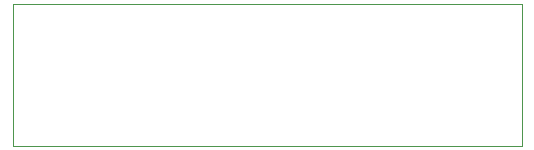
<source format=gbr>
G04 #@! TF.GenerationSoftware,KiCad,Pcbnew,(5.1.4)-1*
G04 #@! TF.CreationDate,2020-11-23T15:52:42-08:00*
G04 #@! TF.ProjectId,ufc_v4_opt,7566635f-7634-45f6-9f70-742e6b696361,rev?*
G04 #@! TF.SameCoordinates,Original*
G04 #@! TF.FileFunction,Profile,NP*
%FSLAX46Y46*%
G04 Gerber Fmt 4.6, Leading zero omitted, Abs format (unit mm)*
G04 Created by KiCad (PCBNEW (5.1.4)-1) date 2020-11-23 15:52:42*
%MOMM*%
%LPD*%
G04 APERTURE LIST*
%ADD10C,0.050000*%
G04 APERTURE END LIST*
D10*
X190690500Y-82042000D02*
X190563500Y-82042000D01*
X190690500Y-94107000D02*
X190690500Y-82042000D01*
X147637500Y-94107000D02*
X190690500Y-94107000D01*
X147637500Y-82042000D02*
X147637500Y-94107000D01*
X190563500Y-82042000D02*
X147637500Y-82042000D01*
M02*

</source>
